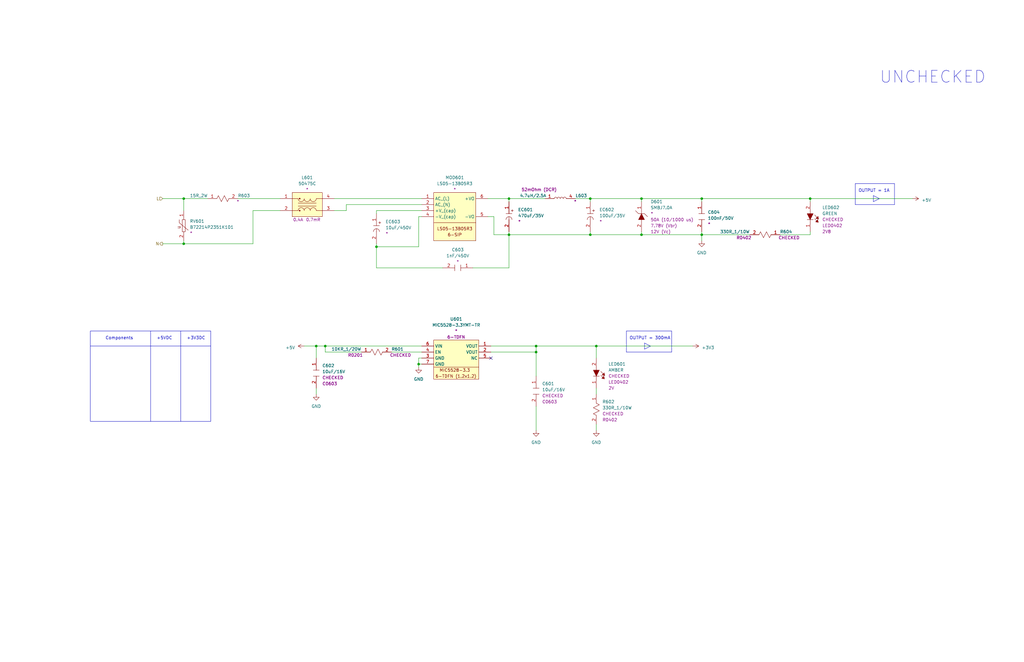
<source format=kicad_sch>
(kicad_sch (version 20230121) (generator eeschema)
  (paper "B")
  (lib_symbols
    (symbol "IND_4.7uH/2.5A_L53W53_1"
      (property "Reference" "L" (at 2.54 3.81 0))
      (property "Value" "4.7uH/2.5A" (at 2.54 6.35 0))
      (property "SCH CHECK" "*" (at 2.54 21.59 0))
      (property "MAX DCR" "52mOhm (DCR)" (at 2.54 24.13 0))
      (symbol "IND_4.7uH/2.5A_L53W53_1_0_1"
        (arc (start 5.08 0) (mid 4.445 0.6021) (end 3.81 0))
        (arc (start 6.3444 0.0087) (mid 5.7094 0.6108) (end 5.0744 0.0087))
        (arc (start 7.6226 0.0021) (mid 6.9876 0.6042) (end 6.3526 0.0021))
        (arc (start 8.8943 0.0338) (mid 8.2593 0.6359) (end 7.6243 0.0338))
      )
      (symbol "IND_4.7uH/2.5A_L53W53_1_1_1"
        (pin passive line (at 0 0 0) (length 3.81) (name "") (number "1"))
        (pin passive line (at 12.7 0 180) (length 3.81) (name "") (number "4"))
      )
    )
    (symbol "_SCHLIB_HotPlate:CAP_100nF/50V_P2.54"
      (property "Reference" "C" (at 3.81 5.08 0))
      (property "Value" "100nF/50V" (at 3.81 7.62 0))
      (property "SCH CHECK" "*" (at 3.81 22.86 0))
      (symbol "CAP_100nF/50V_P2.54_0_0"
        (polyline (pts (xy 5.08 1.27) (xy 5.08 -1.27)))
        (polyline (pts (xy 7.62 1.27) (xy 7.62 -1.27)))
      )
      (symbol "CAP_100nF/50V_P2.54_1_1"
        (pin passive line (at 0 0 0) (length 5.08) (name "") (number "1"))
        (pin passive line (at 12.7 0 180) (length 5.08) (name "") (number "2"))
      )
    )
    (symbol "_SCHLIB_HotPlate:CAP_10uF/16V-C0603"
      (property "Reference" "C" (at 2.54 3.81 0))
      (property "Value" "10uF{slash}16V" (at 2.54 6.35 0))
      (property "SCH CHECK" "CHECKED" (at 2.54 21.59 0))
      (property "Package" "C0603" (at 2.54 24.13 0))
      (symbol "CAP_10uF/16V-C0603_0_0"
        (polyline (pts (xy 5.08 1.27) (xy 5.08 -1.27)))
        (polyline (pts (xy 7.62 1.27) (xy 7.62 -1.27)))
      )
      (symbol "CAP_10uF/16V-C0603_1_1"
        (pin passive line (at 0 0 0) (length 5.08) (name "") (number "1"))
        (pin passive line (at 12.7 0 180) (length 5.08) (name "") (number "2"))
      )
    )
    (symbol "_SCHLIB_HotPlate:CAP_1nF/450V_P2.5"
      (property "Reference" "C" (at 2.54 3.81 0))
      (property "Value" "1nF/450V" (at 2.54 6.35 0))
      (property "SCH CHECK" "*" (at 2.54 21.59 0))
      (symbol "CAP_1nF/450V_P2.5_0_0"
        (polyline (pts (xy 5.08 1.27) (xy 5.08 -1.27)))
        (polyline (pts (xy 7.62 1.27) (xy 7.62 -1.27)))
      )
      (symbol "CAP_1nF/450V_P2.5_1_1"
        (pin passive line (at 0 0 0) (length 5.08) (name "") (number "1"))
        (pin passive line (at 12.7 0 180) (length 5.08) (name "") (number "2"))
      )
    )
    (symbol "_SCHLIB_HotPlate:CMC_50475C"
      (property "Reference" "L" (at 2.54 2.54 0))
      (property "Value" "50475C" (at 2.54 5.08 0))
      (property "SCH CHECK" "*" (at 2.54 20.32 0))
      (property "MAX CURRENT" "0.4A" (at 2.54 22.86 0))
      (property "MAX DCR" "0.7mR" (at 2.54 25.4 0))
      (symbol "CMC_50475C_0_1"
        (polyline (pts (xy 0 -2.54) (xy 2.54 -2.54)))
        (polyline (pts (xy 2.54 -7.62) (xy 0 -7.62)))
        (polyline (pts (xy 2.54 -5.715) (xy 10.16 -5.715)))
        (polyline (pts (xy 2.54 -4.445) (xy 10.16 -4.445)))
        (polyline (pts (xy 10.16 -2.54) (xy 12.7 -2.54)))
        (polyline (pts (xy 12.7 -7.62) (xy 10.16 -7.62)))
        (rectangle (start 0 0) (end 12.7 -10.16) (fill (type background)))
        (arc (start 2.54 -2.6396) (mid 3.81 -3.8139) (end 5.08 -2.6396))
        (circle (center 3.175 -7.62) (radius 0.2314) (fill (type outline)))
        (circle (center 3.175 -2.54) (radius 0.2314) (fill (type outline)))
        (arc (start 5.08 -7.5204) (mid 3.81 -6.3461) (end 2.54 -7.5204))
        (arc (start 5.08 -2.6396) (mid 6.35 -3.8139) (end 7.62 -2.6396))
        (arc (start 7.62 -7.5204) (mid 6.35 -6.3461) (end 5.08 -7.5204))
        (arc (start 7.62 -2.6396) (mid 8.89 -3.8139) (end 10.16 -2.6396))
        (arc (start 10.16 -7.5204) (mid 8.89 -6.3461) (end 7.62 -7.5204))
      )
      (symbol "CMC_50475C_1_1"
        (pin passive line (at -5.08 -2.54 0) (length 5.08) (name "") (number "1"))
        (pin passive line (at -5.08 -7.62 0) (length 5.08) (name "") (number "2"))
        (pin passive line (at 17.78 -7.62 180) (length 5.08) (name "") (number "3"))
        (pin passive line (at 17.78 -2.54 180) (length 5.08) (name "") (number "4"))
      )
    )
    (symbol "_SCHLIB_HotPlate:ECAP_10uF/450V_D10P05"
      (property "Reference" "EC" (at 2.54 3.81 0))
      (property "Value" "10uF/450V" (at 2.54 6.35 0))
      (property "SCH CHECK" "*" (at 2.54 21.59 0))
      (symbol "ECAP_10uF/450V_D10P05_0_0"
        (polyline (pts (xy 5.08 1.27) (xy 5.08 -1.27)))
      )
      (symbol "ECAP_10uF/450V_D10P05_0_1"
        (polyline (pts (xy 6.35 0) (xy 7.62 0)))
        (arc (start 7.6054 1.27) (mid 6.3499 0.0013) (end 7.6028 -1.27))
        (text "+" (at 3.81 1.27 0) (effects (font (size 1.27 1.27))))
      )
      (symbol "ECAP_10uF/450V_D10P05_1_1"
        (pin passive line (at 0 0 0) (length 5.08) (name "") (number "1"))
        (pin passive line (at 12.7 0 180) (length 5.08) (name "") (number "2"))
      )
    )
    (symbol "_SCHLIB_HotPlate:ECAP_SOLID_470uF/35V_D10P05"
      (property "Reference" "EC" (at 2.54 5.08 0))
      (property "Value" "470uF/35V" (at 2.54 7.62 0))
      (property "SCH CHECK" "*" (at 2.54 22.86 0))
      (symbol "ECAP_SOLID_470uF/35V_D10P05_0_0"
        (polyline (pts (xy 5.08 1.27) (xy 5.08 -1.27)))
      )
      (symbol "ECAP_SOLID_470uF/35V_D10P05_0_1"
        (polyline (pts (xy 6.35 0) (xy 7.62 0)))
        (arc (start 7.6054 1.27) (mid 6.3499 0.0013) (end 7.6028 -1.27))
        (text "+" (at 3.81 1.27 0) (effects (font (size 1.27 1.27))))
      )
      (symbol "ECAP_SOLID_470uF/35V_D10P05_1_1"
        (pin passive line (at 0 0 0) (length 5.08) (name "") (number "1"))
        (pin passive line (at 12.7 0 180) (length 5.08) (name "") (number "2"))
      )
    )
    (symbol "_SCHLIB_HotPlate:EC_100uF/35V_D6.3"
      (property "Reference" "EC" (at 2.54 5.08 0))
      (property "Value" "100uF/35V" (at 2.54 7.62 0))
      (property "SCH CHECK" "*" (at 2.54 22.86 0))
      (symbol "EC_100uF/35V_D6.3_0_0"
        (polyline (pts (xy 5.08 1.27) (xy 5.08 -1.27)))
      )
      (symbol "EC_100uF/35V_D6.3_0_1"
        (polyline (pts (xy 6.35 0) (xy 7.62 0)))
        (arc (start 7.6054 1.27) (mid 6.3499 0.0013) (end 7.6028 -1.27))
        (text "+" (at 3.81 1.27 0) (effects (font (size 1.27 1.27))))
      )
      (symbol "EC_100uF/35V_D6.3_1_1"
        (pin passive line (at 0 0 0) (length 5.08) (name "") (number "1"))
        (pin passive line (at 12.7 0 180) (length 5.08) (name "") (number "2"))
      )
    )
    (symbol "_SCHLIB_HotPlate:LED_AMBER_0402"
      (property "Reference" "LED" (at 3.81 6.35 0))
      (property "Value" "AMBER" (at 6.35 8.89 0))
      (property "SCH CHECK" "CHECKED" (at 6.35 25.4 0))
      (property "Package" "LED0402" (at 6.35 27.94 0))
      (property "VOLTAGE RATED" "2V" (at 3.81 30.48 0))
      (symbol "LED_AMBER_0402_0_1"
        (polyline (pts (xy 5.588 1.905) (xy 6.604 2.794)))
        (polyline (pts (xy 7.239 1.905) (xy 8.001 2.667)))
        (polyline (pts (xy 7.62 -1.27) (xy 7.62 1.27)))
        (polyline (pts (xy 5.08 1.27) (xy 5.08 -1.27) (xy 7.62 0) (xy 5.08 1.27)) (fill (type outline)))
        (polyline (pts (xy 6.223 3.302) (xy 7.112 2.413) (xy 7.366 3.556) (xy 6.223 3.302)) (fill (type outline)))
        (polyline (pts (xy 7.62 3.175) (xy 8.509 2.286) (xy 8.763 3.429) (xy 7.62 3.175)) (fill (type outline)))
      )
      (symbol "LED_AMBER_0402_1_1"
        (pin passive line (at 12.7 0 180) (length 5.08) (name "") (number "1"))
        (pin passive line (at 0 0 0) (length 5.08) (name "") (number "2"))
      )
    )
    (symbol "_SCHLIB_HotPlate:LED_GREEN_0402"
      (property "Reference" "LED" (at 3.81 6.35 0))
      (property "Value" "GREEN" (at 5.08 8.89 0))
      (property "SCH CHECK" "CHECKED" (at 7.62 24.13 0))
      (property "Package" "LED0402" (at 7.62 26.67 0))
      (property "VOLTAGE RATED" "2V8" (at 5.08 29.21 0))
      (symbol "LED_GREEN_0402_0_1"
        (polyline (pts (xy 5.588 1.905) (xy 6.604 2.794)))
        (polyline (pts (xy 7.239 1.905) (xy 8.001 2.667)))
        (polyline (pts (xy 7.62 -1.27) (xy 7.62 1.27)))
        (polyline (pts (xy 5.08 1.27) (xy 5.08 -1.27) (xy 7.62 0) (xy 5.08 1.27)) (fill (type outline)))
        (polyline (pts (xy 6.223 3.302) (xy 7.112 2.413) (xy 7.366 3.556) (xy 6.223 3.302)) (fill (type outline)))
        (polyline (pts (xy 7.62 3.175) (xy 8.509 2.286) (xy 8.763 3.429) (xy 7.62 3.175)) (fill (type outline)))
      )
      (symbol "LED_GREEN_0402_1_1"
        (pin passive line (at 12.7 0 180) (length 5.08) (name "") (number "1"))
        (pin passive line (at 0 0 0) (length 5.08) (name "") (number "2"))
      )
    )
    (symbol "_SCHLIB_HotPlate:MOV_B72214P2351K101"
      (property "Reference" "RV" (at 2.54 3.81 0))
      (property "Value" "B72214P2351K101" (at 2.54 6.35 0))
      (property "SCH CHECK" "*" (at 2.54 21.59 0))
      (symbol "MOV_B72214P2351K101_0_1"
        (polyline (pts (xy 8.255 1.905) (xy 5.08 -1.905) (xy 3.81 -1.905)))
        (polyline (pts (xy 3.81 0.635) (xy 3.81 -0.635) (xy 8.89 -0.635) (xy 8.89 0.635) (xy 3.81 0.635)))
        (text "U" (at 6.985 -1.905 0) (effects (font (size 1.016 1.016))))
      )
      (symbol "MOV_B72214P2351K101_1_1"
        (pin passive line (at 0 0 0) (length 3.81) (name "") (number "1"))
        (pin passive line (at 12.7 0 180) (length 3.81) (name "") (number "2"))
      )
    )
    (symbol "_SCHLIB_HotPlate:PMIC_MIC5528-3.3YMT-TR"
      (property "Reference" "U" (at 2.54 2.54 0))
      (property "Value" "MIC5528-3.3YMT-TR" (at 2.54 5.08 0))
      (property "SCH CHECK" "*" (at 2.54 20.32 0))
      (property "Package" "6-TDFN" (at 2.54 22.86 0))
      (symbol "PMIC_MIC5528-3.3YMT-TR_0_0"
        (polyline (pts (xy 0 -11.43) (xy 19.05 -11.43)))
        (rectangle (start 0 0) (end 19.05 -16.51) (fill (type background)))
        (text " 6-TDFN (1.2x1.2)" (at 8.89 -15.24 0) (effects (font (size 1.27 1.27))))
        (text "MIC5528-3.3" (at 8.89 -12.7 0) (effects (font (size 1.27 1.27))))
      )
      (symbol "PMIC_MIC5528-3.3YMT-TR_1_1"
        (pin passive line (at 24.13 -2.54 180) (length 5.08) (name "VOUT") (number "1"))
        (pin passive line (at 24.13 -5.08 180) (length 5.08) (name "VOUT") (number "2"))
        (pin passive line (at -5.08 -7.62 0) (length 5.08) (name "GND") (number "3"))
        (pin passive line (at -5.08 -5.08 0) (length 5.08) (name "EN") (number "4"))
        (pin passive line (at 24.13 -7.62 180) (length 5.08) (name "NC") (number "5"))
        (pin passive line (at -5.08 -2.54 0) (length 5.08) (name "VIN") (number "6"))
        (pin passive line (at -5.08 -10.16 0) (length 5.08) (name "GND") (number "7"))
      )
    )
    (symbol "_SCHLIB_HotPlate:PWS_LS05-13B05R3"
      (property "Reference" "MOD" (at 2.54 3.81 0))
      (property "Value" "LS05-13B05R3" (at 2.54 6.35 0))
      (property "SCH CHECK" "*" (at 2.54 19.05 0))
      (symbol "PWS_LS05-13B05R3_0_0"
        (text "6-SIP" (at 8.89 -17.78 0) (effects (font (size 1.27 1.27))))
        (text "LS05-13B05R3" (at 8.89 -15.24 0) (effects (font (size 1.27 1.27))))
      )
      (symbol "PWS_LS05-13B05R3_0_1"
        (polyline (pts (xy 0 -12.7) (xy 17.78 -12.7)))
        (rectangle (start 0 0) (end 17.78 -20.32) (fill (type background)))
      )
      (symbol "PWS_LS05-13B05R3_1_1"
        (pin passive line (at -5.08 -2.54 0) (length 5.08) (name "AC_(L)") (number "1"))
        (pin passive line (at -5.08 -5.08 0) (length 5.08) (name "AC_(N)") (number "2"))
        (pin passive line (at -5.08 -7.62 0) (length 5.08) (name "+V_(cap)") (number "3"))
        (pin passive line (at -5.08 -10.16 0) (length 5.08) (name "-V_(cap)") (number "4"))
        (pin passive line (at 22.86 -10.16 180) (length 5.08) (name "-VO") (number "5"))
        (pin passive line (at 22.86 -2.54 180) (length 5.08) (name "+VO") (number "6"))
      )
    )
    (symbol "_SCHLIB_HotPlate:RES_10KR_1/20W-R0201"
      (property "Reference" "R" (at 2.54 5.08 0))
      (property "Value" "10KR_1{slash}20W" (at 2.54 7.62 0))
      (property "SCH CHECK" "CHECKED" (at 2.54 22.86 0))
      (property "Package" "R0201" (at 2.54 25.4 0))
      (symbol "RES_10KR_1/20W-R0201_0_0"
        (polyline (pts (xy 3.81 0) (xy 4.445 1.27) (xy 5.715 -1.27) (xy 6.985 1.27) (xy 8.255 -1.27) (xy 8.89 0)))
      )
      (symbol "RES_10KR_1/20W-R0201_1_1"
        (pin passive line (at 0 0 0) (length 3.81) (name "") (number "1"))
        (pin passive line (at 12.7 0 180) (length 3.81) (name "") (number "2"))
      )
    )
    (symbol "_SCHLIB_HotPlate:RES_15R_2W"
      (property "Reference" "R" (at 2.54 5.08 0))
      (property "Value" "15R_2W" (at 2.54 7.62 0))
      (property "SCH CHECK" "*" (at 2.54 22.86 0))
      (symbol "RES_15R_2W_0_0"
        (polyline (pts (xy 3.81 0) (xy 4.445 1.27) (xy 5.715 -1.27) (xy 6.985 1.27) (xy 8.255 -1.27) (xy 8.89 0)))
      )
      (symbol "RES_15R_2W_1_1"
        (pin passive line (at 0 0 0) (length 3.81) (name "") (number "1"))
        (pin passive line (at 12.7 0 180) (length 3.81) (name "") (number "2"))
      )
    )
    (symbol "_SCHLIB_HotPlate:RES_330R_1/10W-R0402"
      (property "Reference" "R" (at 3.81 5.08 0))
      (property "Value" "330R_1{slash}10W" (at 3.81 7.62 0))
      (property "SCH CHECK" "CHECKED" (at 3.81 22.86 0))
      (property "Package" "R0402" (at 3.81 25.4 0))
      (symbol "RES_330R_1/10W-R0402_0_0"
        (polyline (pts (xy 3.81 0) (xy 4.445 1.27) (xy 5.715 -1.27) (xy 6.985 1.27) (xy 8.255 -1.27) (xy 8.89 0)))
      )
      (symbol "RES_330R_1/10W-R0402_1_1"
        (pin passive line (at 0 0 0) (length 3.81) (name "") (number "1"))
        (pin passive line (at 12.7 0 180) (length 3.81) (name "") (number "2"))
      )
    )
    (symbol "_SCHLIB_HotPlate:TVS_SMBJ7.0A_SMB"
      (property "Reference" "D" (at 2.54 5.08 0))
      (property "Value" "SMBJ7.0A" (at 2.54 7.62 0))
      (property "SCH CHECK" "*" (at 2.54 22.86 0))
      (property "Ipp" "50A (10/1000 us)" (at 2.54 31.75 0))
      (property "VBR" "7.78V (Vbr)" (at 2.54 26.67 0))
      (property "Vc" "12V (Vc)" (at 2.54 29.21 0))
      (symbol "TVS_SMBJ7.0A_SMB_0_1"
        (polyline (pts (xy 5.08 1.27) (xy 5.08 -1.27) (xy 7.62 0) (xy 5.08 1.27)) (fill (type outline)))
        (polyline (pts (xy 8.89 2.54) (xy 7.62 1.27) (xy 7.62 -1.27) (xy 6.35 -2.54)))
      )
      (symbol "TVS_SMBJ7.0A_SMB_1_1"
        (pin passive line (at 12.7 0 180) (length 5.08) (name "") (number "1"))
        (pin passive line (at 0 0 0) (length 5.08) (name "") (number "2"))
      )
    )
    (symbol "power:+3V3" (power) (pin_names (offset 0))
      (property "Value" "+3V3" (at 0 3.556 0))
      (symbol "+3V3_0_1"
        (polyline (pts (xy -0.762 1.27) (xy 0 2.54)))
        (polyline (pts (xy 0 0) (xy 0 2.54)))
        (polyline (pts (xy 0 2.54) (xy 0.762 1.27)))
      )
      (symbol "+3V3_1_1"
        (pin power_in line (at 0 0 90) (length 0) hide (name "+3V3") (number "1"))
      )
    )
    (symbol "power:+5V" (power) (pin_names (offset 0))
      (property "Value" "+5V" (at 0 3.556 0))
      (symbol "+5V_0_1"
        (polyline (pts (xy -0.762 1.27) (xy 0 2.54)))
        (polyline (pts (xy 0 0) (xy 0 2.54)))
        (polyline (pts (xy 0 2.54) (xy 0.762 1.27)))
      )
      (symbol "+5V_1_1"
        (pin power_in line (at 0 0 90) (length 0) hide (name "+5V") (number "1"))
      )
    )
    (symbol "power:GND" (power) (pin_names (offset 0))
      (property "Value" "GND" (at 0 -3.81 0))
      (symbol "GND_0_1"
        (polyline (pts (xy 0 0) (xy 0 -1.27) (xy 1.27 -1.27) (xy 0 -2.54) (xy -1.27 -1.27) (xy 0 -1.27)))
      )
      (symbol "GND_1_1"
        (pin power_in line (at 0 0 270) (length 0) hide (name "GND") (number "1"))
      )
    )
  )
  (junction (at 137.16 146.05))
  (junction (at 251.46 146.05))
  (junction (at 214.63 83.82))
  (junction (at 176.53 153.67))
  (junction (at 133.35 146.05))
  (junction (at 214.63 99.06))
  (junction (at 77.47 102.87))
  (junction (at 270.51 99.06))
  (junction (at 295.91 83.82))
  (junction (at 270.51 83.82))
  (junction (at 295.91 99.06))
  (junction (at 341.63 83.82))
  (junction (at 77.47 83.82))
  (junction (at 158.75 104.14))
  (junction (at 226.06 146.05))
  (junction (at 248.92 99.06))
  (junction (at 248.92 83.82))
  (junction (at 226.06 148.59))
  (no_connect (at 207.01 151.13))
  (wire (pts (xy 214.63 83.82) (xy 214.63 85.09)))
  (wire (pts (xy 251.46 146.05) (xy 226.06 146.05)))
  (wire (pts (xy 158.75 113.03) (xy 158.75 104.14)))
  (wire (pts (xy 152.4 148.59) (xy 137.16 148.59)))
  (wire (pts (xy 226.06 181.61) (xy 226.06 171.45)))
  (wire (pts (xy 106.68 102.87) (xy 77.47 102.87)))
  (wire (pts (xy 137.16 148.59) (xy 137.16 146.05)))
  (wire (pts (xy 176.53 91.44) (xy 176.53 104.14)))
  (wire (pts (xy 242.57 83.82) (xy 248.92 83.82)))
  (wire (pts (xy 248.92 97.79) (xy 248.92 99.06)))
  (wire (pts (xy 158.75 104.14) (xy 158.75 102.87)))
  (wire (pts (xy 270.51 83.82) (xy 270.51 85.09)))
  (polyline (pts (xy 76.2 139.7) (xy 76.2 177.8)))
  (wire (pts (xy 177.8 91.44) (xy 176.53 91.44)))
  (wire (pts (xy 251.46 146.05) (xy 292.1 146.05)))
  (wire (pts (xy 177.8 146.05) (xy 137.16 146.05)))
  (polyline (pts (xy 271.78 144.78) (xy 274.32 146.05)))
  (wire (pts (xy 77.47 102.87) (xy 77.47 101.6)))
  (wire (pts (xy 68.58 102.87) (xy 77.47 102.87)))
  (wire (pts (xy 106.68 88.9) (xy 118.11 88.9)))
  (wire (pts (xy 207.01 148.59) (xy 226.06 148.59)))
  (wire (pts (xy 295.91 101.6) (xy 295.91 99.06)))
  (polyline (pts (xy 377.19 86.36) (xy 360.68 86.36)))
  (wire (pts (xy 176.53 154.94) (xy 176.53 153.67)))
  (wire (pts (xy 176.53 151.13) (xy 176.53 153.67)))
  (polyline (pts (xy 271.78 147.32) (xy 274.32 146.05)))
  (wire (pts (xy 146.05 86.36) (xy 177.8 86.36)))
  (polyline (pts (xy 360.68 77.47) (xy 377.19 77.47)))
  (wire (pts (xy 248.92 99.06) (xy 270.51 99.06)))
  (polyline (pts (xy 368.3 82.55) (xy 370.84 83.82)))
  (wire (pts (xy 205.74 91.44) (xy 208.28 91.44)))
  (wire (pts (xy 248.92 83.82) (xy 270.51 83.82)))
  (wire (pts (xy 214.63 99.06) (xy 248.92 99.06)))
  (wire (pts (xy 100.33 83.82) (xy 118.11 83.82)))
  (wire (pts (xy 177.8 151.13) (xy 176.53 151.13)))
  (wire (pts (xy 87.63 83.82) (xy 77.47 83.82)))
  (polyline (pts (xy 38.1 146.05) (xy 88.9 146.05)))
  (wire (pts (xy 226.06 148.59) (xy 226.06 158.75)))
  (polyline (pts (xy 360.68 77.47) (xy 360.68 86.36)))
  (wire (pts (xy 77.47 83.82) (xy 77.47 88.9)))
  (wire (pts (xy 341.63 85.09) (xy 341.63 83.82)))
  (wire (pts (xy 251.46 151.13) (xy 251.46 146.05)))
  (wire (pts (xy 328.93 99.06) (xy 341.63 99.06)))
  (wire (pts (xy 295.91 85.09) (xy 295.91 83.82)))
  (wire (pts (xy 270.51 99.06) (xy 270.51 97.79)))
  (wire (pts (xy 208.28 99.06) (xy 214.63 99.06)))
  (wire (pts (xy 295.91 83.82) (xy 270.51 83.82)))
  (wire (pts (xy 176.53 153.67) (xy 177.8 153.67)))
  (wire (pts (xy 251.46 181.61) (xy 251.46 179.07)))
  (wire (pts (xy 146.05 88.9) (xy 140.97 88.9)))
  (polyline (pts (xy 368.3 82.55) (xy 368.3 85.09)))
  (polyline (pts (xy 377.19 77.47) (xy 377.19 86.36)))
  (wire (pts (xy 199.39 113.03) (xy 214.63 113.03)))
  (wire (pts (xy 295.91 99.06) (xy 270.51 99.06)))
  (wire (pts (xy 208.28 91.44) (xy 208.28 99.06)))
  (polyline (pts (xy 283.21 139.7) (xy 283.21 148.59)))
  (polyline (pts (xy 271.78 144.78) (xy 271.78 147.32)))
  (wire (pts (xy 68.58 83.82) (xy 77.47 83.82)))
  (wire (pts (xy 137.16 146.05) (xy 133.35 146.05)))
  (wire (pts (xy 341.63 83.82) (xy 295.91 83.82)))
  (wire (pts (xy 128.27 146.05) (xy 133.35 146.05)))
  (wire (pts (xy 205.74 83.82) (xy 214.63 83.82)))
  (wire (pts (xy 226.06 146.05) (xy 226.06 148.59)))
  (wire (pts (xy 384.81 83.82) (xy 341.63 83.82)))
  (wire (pts (xy 106.68 88.9) (xy 106.68 102.87)))
  (wire (pts (xy 165.1 148.59) (xy 177.8 148.59)))
  (wire (pts (xy 158.75 88.9) (xy 158.75 90.17)))
  (wire (pts (xy 133.35 163.83) (xy 133.35 166.37)))
  (polyline (pts (xy 264.16 139.7) (xy 264.16 148.59)))
  (polyline (pts (xy 368.3 85.09) (xy 370.84 83.82)))
  (wire (pts (xy 341.63 99.06) (xy 341.63 97.79)))
  (wire (pts (xy 140.97 83.82) (xy 177.8 83.82)))
  (polyline (pts (xy 63.5 139.7) (xy 63.5 177.8)))
  (polyline (pts (xy 283.21 148.59) (xy 264.16 148.59)))
  (wire (pts (xy 295.91 99.06) (xy 316.23 99.06)))
  (wire (pts (xy 214.63 97.79) (xy 214.63 99.06)))
  (wire (pts (xy 214.63 113.03) (xy 214.63 99.06)))
  (wire (pts (xy 177.8 88.9) (xy 158.75 88.9)))
  (wire (pts (xy 295.91 97.79) (xy 295.91 99.06)))
  (wire (pts (xy 133.35 146.05) (xy 133.35 151.13)))
  (wire (pts (xy 186.69 113.03) (xy 158.75 113.03)))
  (wire (pts (xy 248.92 83.82) (xy 248.92 85.09)))
  (wire (pts (xy 214.63 83.82) (xy 229.87 83.82)))
  (wire (pts (xy 176.53 104.14) (xy 158.75 104.14)))
  (polyline (pts (xy 264.16 139.7) (xy 283.21 139.7)))
  (wire (pts (xy 146.05 88.9) (xy 146.05 86.36)))
  (wire (pts (xy 207.01 146.05) (xy 226.06 146.05)))
  (wire (pts (xy 251.46 163.83) (xy 251.46 166.37)))
  (rectangle (start 38.1 139.7) (end 88.9 177.8))
  (text "+5VDC" (at 66.04 143.51 0) (effects (font (size 1.27 1.27)) (justify left bottom)))
  (text "Components" (at 44.45 143.51 0) (effects (font (size 1.27 1.27)) (justify left bottom)))
  (text "+3V3DC" (at 78.74 143.51 0) (effects (font (size 1.27 1.27)) (justify left bottom)))
  (text "UNCHECKED" (at 370.84 35.56 0) (effects (font (size 5 5)) (justify left bottom)))
  (text "OUTPUT = 300mA" (at 265.43 143.51 0) (effects (font (size 1.27 1.27)) (justify left bottom)))
  (text "OUTPUT = 1A" (at 361.95 81.28 0) (effects (font (size 1.27 1.27)) (justify left bottom)))
  (hierarchical_label "N" (shape output) (at 68.58 102.87 180))
  (hierarchical_label "L" (shape input) (at 68.58 83.82 180))
  (symbol (lib_id "_SCHLIB_HotPlate:EC_100uF/35V_D6.3") (at 248.92 85.09 270) (unit 1)
    (property "Reference" "EC602" (at 252.73 88.4711 90) (effects (justify left)))
    (property "Value" "100uF/35V" (at 252.73 91.0111 90) (effects (justify left)))
    (property "Footprint" "Capacitor_SMD:CP_Elec_6.3x7.7" (effects hide))
    (property "Datasheet" "https://www.cde.com/resources/catalogs/AFK.pdf" (effects hide))
    (property "Description" "100 µF 35 V Aluminum Electrolytic Capacitors Radial, Can - SMD 340mOhm @ 100kHz 2000 Hrs @ 105°C" (effects hide))
    (property "Part Number" "AFK107M35X16T-F" (effects hide))
    (property "Link" "https://www.digikey.ca/en/products/detail/cornell-dubilier-electronics-cde/AFK107M35X16T-F/1922421" (effects hide))
    (property "SCH CHECK" "*" (at 252.73 93.5511 90) (effects (justify left)))
  )
  (symbol (lib_id "power:GND") (at 226.06 181.61 0) (unit 1)
    (property "Reference" "#PWR0604" (effects hide))
    (property "Value" "GND" (at 226.06 186.69 0))
  )
  (symbol (lib_id "_SCHLIB_HotPlate:RES_15R_2W") (at 87.63 83.82 0) (unit 1)
    (property "Reference" "R603" (at 102.87 82.55 0))
    (property "Value" "15R_2W" (at 83.82 82.55 0))
    (property "Footprint" "Resistor_THT:R_Axial_DIN0516_L15.5mm_D5.0mm_P5.08mm_Vertical" (effects hide))
    (property "Datasheet" "https://www.bourns.com/docs/Product-Datasheets/WS.pdf" (effects hide))
    (property "Description" "15 Ohms ±5% 2W Through Hole Resistor Axial Flame Retardant Coating, Pulse Withstanding, Safety Wirewound" (effects hide))
    (property "Part Number" "WS2M15R0J" (effects hide))
    (property "Link" "https://www.digikey.ca/en/products/detail/bourns-inc/WS2M15R0J/5210143" (effects hide))
    (property "SCH CHECK" "*" (at 100.33 85.09 0))
  )
  (symbol (lib_id "_SCHLIB_HotPlate:LED_AMBER_0402") (at 251.46 151.13 270) (unit 1)
    (property "Reference" "LED601" (at 256.54 153.6065 90) (effects (justify left)))
    (property "Value" "AMBER" (at 256.54 156.1465 90) (effects (justify left)))
    (property "Footprint" "LED_SMD:LED_0402_1005Metric" (effects hide))
    (property "Datasheet" "https://media.digikey.com/pdf/Data%20Sheets/Harvatek%20PDFs/B2841UY--20D000414U1930.pdf" (effects hide))
    (property "Description" "Amber LED Indication - Discrete 2V 0402 (1005 Metric)" (effects hide))
    (property "Part Number" "B2841UY--20D000414U1930" (effects hide))
    (property "Link" "https://www.digikey.ca/en/products/detail/harvatek-corporation/B2841UY-20D000414U1930/16729525" (effects hide))
    (property "SCH CHECK" "CHECKED" (at 256.54 158.6865 90) (effects (justify left)))
    (property "Package" "LED0402" (at 256.54 161.2265 90) (effects (justify left)))
    (property "VOLTAGE RATED" "2V" (at 256.54 163.7665 90) (effects (justify left)))
  )
  (symbol (lib_id "_SCHLIB_HotPlate:PMIC_MIC5528-3.3YMT-TR") (at 182.88 143.51 0) (unit 1)
    (property "Reference" "U601" (at 192.3813 134.62 0))
    (property "Value" "MIC5528-3.3YMT-TR" (at 192.3813 137.16 0))
    (property "Footprint" "Package_DFN_QFN:DFN-6-1EP_1.2x1.2mm_P0.4mm_EP0.3x0.94mm_PullBack" (effects hide))
    (property "Datasheet" "https://ww1.microchip.com/downloads/aemDocuments/documents/OTH/ProductDocuments/DataSheets/MIC5528-High-Performance-500mA-LDO-in-Thin-and-Extra-Thin-DFN-Packages-DS20005982B.pdf" (effects hide))
    (property "Description" "Linear Voltage Regulator IC Positive Fixed 1 Output 500mA 6-TDFN (1.2x1.2)" (effects hide))
    (property "Part Number" "MIC5528-3.3YMT-TR" (effects hide))
    (property "Link" "https://www.digikey.ca/en/products/detail/microchip-technology/MIC5528-3-3YMT-TR/4864020" (effects hide))
    (property "SCH CHECK" "*" (at 192.3813 139.7 0))
    (property "Package" "6-TDFN" (at 192.3813 142.24 0))
  )
  (symbol (lib_id "_SCHLIB_HotPlate:ECAP_10uF/450V_D10P05") (at 158.75 90.17 270) (unit 1)
    (property "Reference" "EC603" (at 162.56 93.5511 90) (effects (justify left)))
    (property "Value" "10uF/450V" (at 162.56 96.0911 90) (effects (justify left)))
    (property "Footprint" "Capacitor_THT:CP_Radial_D10.0mm_P5.00mm" (effects hide))
    (property "Datasheet" "https://connect.kemet.com:7667/gateway/IntelliData-ComponentDocumentation/1.0/download/datasheet/ESH106M450AH4AA" (effects hide))
    (property "Description" "10 µF 450 V Aluminum Electrolytic Capacitors Radial, Can 2000 Hrs @ 105°C" (effects hide))
    (property "Part Number" "ESH106M450AH4AA" (effects hide))
    (property "Link" "https://www.digikey.ca/en/products/detail/kemet/ESH106M450AH4AA/7423955" (effects hide))
    (property "SCH CHECK" "*" (at 162.56 98.6311 90) (effects (justify left)))
  )
  (symbol (lib_id "power:+5V") (at 384.81 83.82 270) (unit 1)
    (property "Reference" "#PWR0609" (effects hide))
    (property "Value" "+5V" (at 388.62 84.455 90) (effects (justify left)))
  )
  (symbol (lib_id "_SCHLIB_HotPlate:TVS_SMBJ7.0A_SMB") (at 270.51 97.79 90) (unit 1)
    (property "Reference" "D601" (at 274.32 85.09 90) (effects (justify right)))
    (property "Value" "SMBJ7.0A" (at 274.32 87.63 90) (effects (justify right)))
    (property "Footprint" "Diode_SMD:D_SMB" (effects hide))
    (property "Datasheet" "https://www.bourns.com/docs/Product-Datasheets/SMBJ.pdf" (effects hide))
    (property "Description" "12V Clamp 50A Ipp Tvs Diode Surface Mount SMB (DO-214AA)" (effects hide))
    (property "Part Number" "SMBJ7.0A" (effects hide))
    (property "Link" "https://www.digikey.ca/en/products/detail/bourns-inc/SMBJ7-0A/2254167" (effects hide))
    (property "SCH CHECK" "*" (at 274.32 90.17 90) (effects (justify right)))
    (property "Ipp" "50A (10/1000 us)" (at 274.32 92.71 90) (effects (justify right)))
    (property "VBR" "7.78V (Vbr)" (at 274.32 95.25 90) (effects (justify right)))
    (property "Vc" "12V (Vc)" (at 274.32 97.79 90) (effects (justify right)))
  )
  (symbol (lib_id "_SCHLIB_HotPlate:PWS_LS05-13B05R3") (at 182.88 81.28 0) (unit 1)
    (property "Reference" "MOD601" (at 191.77 74.93 0))
    (property "Value" "LS05-13B05R3" (at 191.77 77.47 0))
    (property "Datasheet" "https://www.mornsun-power.com/html/pdf/LS05-13B05R3.html" (effects hide))
    (property "Description" "Open Frame AC DC Converters 1 Output 5V 1A 85 ~ 305 VAC, 70 ~ 430 VDC Input" (effects hide))
    (property "Part Number" "LS05-13B05R3" (effects hide))
    (property "Link" "https://www.digikey.ca/en/products/detail/mornsun-america-llc/LS05-13B05R3/13531040?s=N4IgTCBcDaIDIGUAMBWAtARgMwCFUCUsQBdAXyA" (effects hide))
    (property "SCH CHECK" "*" (at 191.77 80.01 0))
  )
  (symbol (lib_id "_SCHLIB_HotPlate:CAP_1nF/450V_P2.5") (at 199.39 113.03 180) (unit 1)
    (property "Reference" "C603" (at 193.04 105.41 0))
    (property "Value" "1nF/450V" (at 193.04 107.95 0))
    (property "Footprint" "Capacitor_THT:C_Disc_D4.3mm_W1.9mm_P5.00mm" (effects hide))
    (property "Datasheet" "https://product.tdk.com/en/system/files?file=dam/doc/product/capacitor/ceramic/lead-mlcc/catalog/leadmlcc_halogenfree_fa150_en.pdf" (effects hide))
    (property "Description" "1000 pF ±5% 450V Ceramic Capacitor C0G, NP0 Radial" (effects hide))
    (property "Part Number" "FA24NP02W102JNU06" (effects hide))
    (property "Link" "https://www.digikey.ca/en/products/detail/tdk-corporation/FA24NP02W102JNU06/7099901" (effects hide))
    (property "SCH CHECK" "*" (at 193.04 110.49 0))
  )
  (symbol (lib_id "power:+5V") (at 128.27 146.05 90) (unit 1)
    (property "Reference" "#PWR0603" (effects hide))
    (property "Value" "+5V" (at 124.46 146.685 90) (effects (justify left)))
  )
  (symbol (lib_id "_SCHLIB_HotPlate:CMC_50475C") (at 123.19 81.28 0) (unit 1)
    (property "Reference" "L601" (at 129.54 74.93 0))
    (property "Value" "50475C" (at 129.54 77.47 0))
    (property "Datasheet" "https://www.murata.com/products/productdata/8816045555742/kmp-5000c.pdf" (effects hide))
    (property "Description" "4.7 mH @ 100 kHz 2 Line Common Mode Choke Surface Mount 400mA DCR 700mOhm" (effects hide))
    (property "Part Number" "50475C" (effects hide))
    (property "Link" "https://www.digikey.ca/en/products/detail/murata-power-solutions-inc/50475C/1924515?s=N4IgjCBcoEwdIDGUBmBDANgZwKYBoQB7KAbRAGYAOAThhnJAF0CAHAFyhAGU2AnASwB2AcxABfAmGqUooZJHTZ8RUuDjkYANiasOkbnyGiJ4WgwTzFuAsUhkpMagFZtBdTCcB2EG7haZbuSank4yzCDsnDwCIuKS0tSySKiY1ip2IAAMTCZ0njIWKUo2qgAsAHSeAAQAtgASVQACVWCZmVUA1nUAXjoReiAAwoQAriwYOAAmAKqC-GwA8igAsjhoWCO8OHEgALQwSfJ8I8q2ZE45YmJAA" (effects hide))
    (property "SCH CHECK" "*" (at 129.54 80.01 0))
    (property "MAX CURRENT" "0.4A" (at 125.73 92.71 0))
    (property "MAX DCR" "0.7mR" (at 132.08 92.71 0))
  )
  (symbol (lib_id "_SCHLIB_HotPlate:RES_10KR_1/20W-R0201") (at 152.4 148.59 0) (unit 1)
    (property "Reference" "R601" (at 167.64 147.32 0))
    (property "Value" "10KR_1/20W" (at 146.05 147.32 0))
    (property "Footprint" "Resistor_SMD:R_0201_0603Metric" (effects hide))
    (property "Datasheet" "https://www.seielect.com/Catalog/SEI-RMCF_RMCP.pdf" (effects hide))
    (property "Description" "10 kOhms ±1% 0.05W, 1/20W Chip Resistor 0201 (0603 Metric) Thick Film" (effects hide))
    (property "Part Number" "RMCF0201FT10K0" (effects hide))
    (property "Link" "https://www.digikey.ca/en/products/detail/stackpole-electronics-inc/RMCF0201FT10K0/1714990" (effects hide))
    (property "SCH CHECK" "CHECKED" (at 168.91 149.86 0))
    (property "Package" "R0201" (at 149.86 149.86 0))
  )
  (symbol (lib_id "_SCHLIB_HotPlate:MOV_B72214P2351K101") (at 77.47 88.9 270) (unit 1)
    (property "Reference" "RV601" (at 80.01 93.345 90) (effects (justify left)))
    (property "Value" "B72214P2351K101" (at 80.01 95.885 90) (effects (justify left)))
    (property "Footprint" "Varistor:RV_Disc_D16.5mm_W6.7mm_P7.5mm" (effects hide))
    (property "Datasheet" "https://product.tdk.com/en/system/files?file=dam/doc/product/protection/voltage/lead-disk-varistor/data_sheet/70/db/var/siov_leaded_advanced_mp_14mm.pdf" (effects hide))
    (property "Description" "560 V 6 kA Varistor 1 Circuit Through Hole Disc 16.5mm" (effects hide))
    (property "Part Number" "B72214P2351K101" (effects hide))
    (property "Link" "https://www.digikey.ca/en/products/detail/epcos-tdk-electronics/B72214P2351K101/4931638" (effects hide))
    (property "SCH CHECK" "*" (at 80.01 98.425 90) (effects (justify left)))
  )
  (symbol (lib_id "_SCHLIB_HotPlate:CAP_10uF/16V-C0603") (at 226.06 158.75 270) (unit 1)
    (property "Reference" "C601" (at 228.6 161.925 90) (effects (justify left)))
    (property "Value" "10uF/16V" (at 228.6 164.465 90) (effects (justify left)))
    (property "Footprint" "Capacitor_SMD:C_0603_1608Metric" (effects hide))
    (property "Datasheet" "https://search.murata.co.jp/Ceramy/image/img/A01X/G101/ENG/GRT188R61C106KE13-01.pdf" (effects hide))
    (property "Description" "10 µF ±10% 16V Ceramic Capacitor X5R 0603 (1608 Metric)" (effects hide))
    (property "Part Number" "GRT188R61C106KE13J" (effects hide))
    (property "Link" "https://www.digikey.ca/en/products/detail/murata-electronics/GRT188R61C106KE13J/13904802" (effects hide))
    (property "SCH CHECK" "CHECKED" (at 228.6 167.005 90) (effects (justify left)))
    (property "Package" "C0603" (at 228.6 169.545 90) (effects (justify left)))
  )
  (symbol (lib_id "power:GND") (at 251.46 181.61 0) (unit 1)
    (property "Reference" "#PWR0605" (effects hide))
    (property "Value" "GND" (at 251.46 186.69 0))
  )
  (symbol (lib_id "power:GND") (at 133.35 166.37 0) (unit 1)
    (property "Reference" "#PWR0602" (effects hide))
    (property "Value" "GND" (at 133.35 171.45 0))
  )
  (symbol (lib_id "_SCHLIB_HotPlate:RES_330R_1/10W-R0402") (at 328.93 99.06 180) (unit 1)
    (property "Reference" "R604" (at 331.47 97.79 0))
    (property "Value" "330R_1/10W" (at 309.88 97.79 0))
    (property "Footprint" "Resistor_SMD:R_0402_1005Metric" (effects hide))
    (property "Datasheet" "https://industrial.panasonic.com/cdbs/www-data/pdf/RDA0000/AOA0000C304.pdf" (effects hide))
    (property "Description" "330 Ohms ±1% 0.1W, 1/10W Chip Resistor 0402 (1005 Metric) Automotive AEC-Q200 Thick Film" (effects hide))
    (property "Part Number" "ERJ-2RKF3300X" (effects hide))
    (property "Link" "https://www.digikey.ca/en/products/detail/panasonic-electronic-components/ERJ-2RKF3300X/1746189" (effects hide))
    (property "SCH CHECK" "CHECKED" (at 332.74 100.33 0))
    (property "Package" "R0402" (at 313.69 100.33 0))
  )
  (symbol (lib_id "_SCHLIB_HotPlate:ECAP_SOLID_470uF/35V_D10P05") (at 214.63 85.09 270) (unit 1)
    (property "Reference" "EC601" (at 218.44 88.4711 90) (effects (justify left)))
    (property "Value" "470uF/35V" (at 218.44 91.0111 90) (effects (justify left)))
    (property "Footprint" "Capacitor_THT:CP_Radial_D10.0mm_P5.00mm" (effects hide))
    (property "Datasheet" "https://connect.kemet.com:7667/gateway/IntelliData-ComponentDocumentation/1.0/download/datasheet/A750MV477M1VAAE018" (effects hide))
    (property "Description" "470 µF 35 V Aluminum - Polymer Capacitors Radial, Can 18mOhm 2000 Hrs @ 105°C" (effects hide))
    (property "Part Number" "A750MV477M1VAAE018" (effects hide))
    (property "Link" "https://www.digikey.ca/en/products/detail/kemet/A750MV477M1VAAE018/13420116" (effects hide))
    (property "SCH CHECK" "*" (at 218.44 93.5511 90) (effects (justify left)))
  )
  (symbol (lib_id "_SCHLIB_HotPlate:CAP_10uF/16V-C0603") (at 133.35 151.13 270) (unit 1)
    (property "Reference" "C602" (at 135.89 154.305 90) (effects (justify left)))
    (property "Value" "10uF/16V" (at 135.89 156.845 90) (effects (justify left)))
    (property "Footprint" "Capacitor_SMD:C_0603_1608Metric" (effects hide))
    (property "Datasheet" "https://search.murata.co.jp/Ceramy/image/img/A01X/G101/ENG/GRT188R61C106KE13-01.pdf" (effects hide))
    (property "Description" "10 µF ±10% 16V Ceramic Capacitor X5R 0603 (1608 Metric)" (effects hide))
    (property "Part Number" "GRT188R61C106KE13J" (effects hide))
    (property "Link" "https://www.digikey.ca/en/products/detail/murata-electronics/GRT188R61C106KE13J/13904802" (effects hide))
    (property "SCH CHECK" "CHECKED" (at 135.89 159.385 90) (effects (justify left)))
    (property "Package" "C0603" (at 135.89 161.925 90) (effects (justify left)))
  )
  (symbol (lib_name "IND_4.7uH/2.5A_L53W53_1") (lib_id "_SCHLIB_HotPlate:IND_4.7uH/2.5A_L53W53") (at 229.87 83.82 0) (unit 1)
    (property "Reference" "L603" (at 245.11 82.55 0))
    (property "Value" "4.7uH/2.5A" (at 224.79 82.55 0))
    (property "Datasheet" "https://products.sumida.com/products/pdf/CDRH50D28BT150%20(en).pdf?t=1585061580" (effects hide))
    (property "Description" "4.7 µH Shielded Inductor 2.5 A 52mOhm Nonstandard" (effects hide))
    (property "Part Number" "CDRH50D28BT150NP-4R7NC" (effects hide))
    (property "Link" "https://www.digikey.ca/en/products/detail/sumida-america-inc/CDRH50D28BT150NP-4R7NC/11682054" (effects hide))
    (property "SCH CHECK" "*" (at 242.57 85.09 0))
    (property "MAX DCR" "52mOhm (DCR)" (at 227.33 80.01 0))
  )
  (symbol (lib_id "power:GND") (at 295.91 101.6 0) (unit 1)
    (property "Reference" "#PWR0608" (effects hide))
    (property "Value" "GND" (at 295.91 106.68 0))
  )
  (symbol (lib_id "_SCHLIB_HotPlate:LED_GREEN_0402") (at 341.63 85.09 270) (unit 1)
    (property "Reference" "LED602" (at 346.71 87.5665 90) (effects (justify left)))
    (property "Value" "GREEN" (at 346.71 90.1065 90) (effects (justify left)))
    (property "Footprint" "LED_SMD:LED_0402_1005Metric" (effects hide))
    (property "Datasheet" "https://media.digikey.com/pdf/Data%20Sheets/Harvatek%20PDFs/B2841NG--05D000514U1930.pdf" (effects hide))
    (property "Description" "Green 529nm LED Indication - Discrete 2.8V 0402 (1005 Metric)" (effects hide))
    (property "Part Number" "B2841NG--05D000514U1930" (effects hide))
    (property "Link" "https://www.digikey.ca/en/products/detail/harvatek-corporation/B2841NG-05D000514U1930/16729536" (effects hide))
    (property "SCH CHECK" "CHECKED" (at 346.71 92.6465 90) (effects (justify left)))
    (property "Package" "LED0402" (at 346.71 95.1865 90) (effects (justify left)))
    (property "VOLTAGE RATED" "2V8" (at 346.71 97.7265 90) (effects (justify left)))
  )
  (symbol (lib_id "power:+3V3") (at 292.1 146.05 270) (unit 1)
    (property "Reference" "#PWR0606" (effects hide))
    (property "Value" "+3V3" (at 295.91 146.685 90) (effects (justify left)))
  )
  (symbol (lib_id "power:GND") (at 176.53 154.94 0) (unit 1)
    (property "Reference" "#PWR0601" (effects hide))
    (property "Value" "GND" (at 176.53 160.02 0))
  )
  (symbol (lib_id "_SCHLIB_HotPlate:RES_330R_1/10W-R0402") (at 251.46 166.37 270) (unit 1)
    (property "Reference" "R602" (at 254 169.545 90) (effects (justify left)))
    (property "Value" "330R_1/10W" (at 254 172.085 90) (effects (justify left)))
    (property "Footprint" "Resistor_SMD:R_0402_1005Metric" (effects hide))
    (property "Datasheet" "https://industrial.panasonic.com/cdbs/www-data/pdf/RDA0000/AOA0000C304.pdf" (effects hide))
    (property "Description" "330 Ohms ±1% 0.1W, 1/10W Chip Resistor 0402 (1005 Metric) Automotive AEC-Q200 Thick Film" (effects hide))
    (property "Part Number" "ERJ-2RKF3300X" (effects hide))
    (property "Link" "https://www.digikey.ca/en/products/detail/panasonic-electronic-components/ERJ-2RKF3300X/1746189" (effects hide))
    (property "SCH CHECK" "CHECKED" (at 254 174.625 90) (effects (justify left)))
    (property "Package" "R0402" (at 254 177.165 90) (effects (justify left)))
  )
  (symbol (lib_id "_SCHLIB_HotPlate:CAP_100nF/50V_P2.54") (at 295.91 85.09 270) (unit 1)
    (property "Reference" "C604" (at 298.45 89.535 90) (effects (justify left)))
    (property "Value" "100nF/50V" (at 298.45 92.075 90) (effects (justify left)))
    (property "Footprint" "Capacitor_THT:C_Rect_L4.0mm_W2.5mm_P2.50mm" (effects hide))
    (property "Datasheet" "https://connect.kemet.com:7667/gateway/IntelliData-ComponentDocumentation/1.0/download/datasheet/C320C104K5R5TA7305" (effects hide))
    (property "Description" "0.1 µF ±10% 50V Ceramic Capacitor X7R Radial" (effects hide))
    (property "Part Number" "C320C104K5R5TA7305" (effects hide))
    (property "Link" "https://www.digikey.ca/en/products/detail/kemet/C320C104K5R5TA7305/12701231" (effects hide))
    (property "SCH CHECK" "*" (at 298.45 94.615 90) (effects (justify left)))
  )
)
</source>
